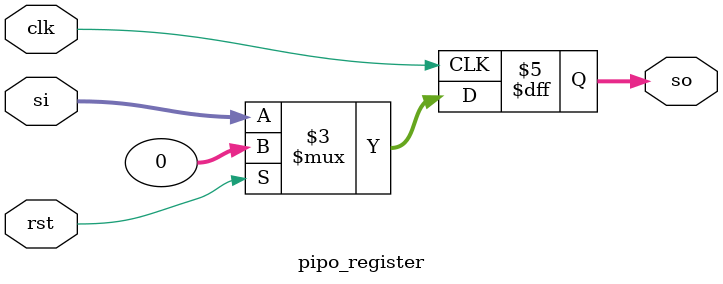
<source format=v>
`timescale 1ns / 1ps
module pipo_register(


input [31:0]si,
input clk,rst,
output reg[31:0]so
);


always@(posedge clk)
begin
if(rst) begin
so=32'b0;
end
else begin
so=si;
end
end
endmodule

</source>
